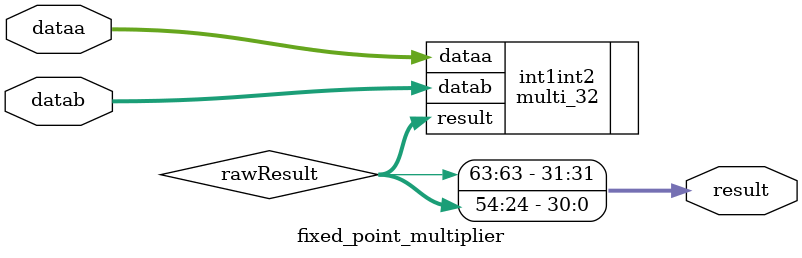
<source format=v>
module fixed_point_multiplier (dataa, datab,result);

	input [31:0] dataa, datab;
	output [31:0] result;
	wire[63:0] rawResult;

	multi_32 int1int2(
		.dataa(dataa),
		.datab(datab),
		.result(rawResult));


	// Shift over all bits appropriately and add

	assign result ={rawResult[63],rawResult[54:24]};

endmodule

</source>
